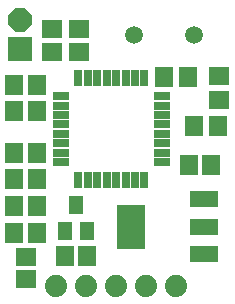
<source format=gts>
G75*
%MOIN*%
%OFA0B0*%
%FSLAX25Y25*%
%IPPOS*%
%LPD*%
%AMOC8*
5,1,8,0,0,1.08239X$1,22.5*
%
%ADD10R,0.07874X0.08425*%
%ADD11R,0.07099X0.05918*%
%ADD12R,0.05918X0.07099*%
%ADD13R,0.05800X0.03000*%
%ADD14R,0.03000X0.05800*%
%ADD15C,0.05950*%
%ADD16R,0.09600X0.05600*%
%ADD17R,0.09461X0.14973*%
%ADD18OC8,0.07800*%
%ADD19R,0.04737X0.06312*%
%ADD20R,0.06706X0.05918*%
%ADD21R,0.05918X0.06706*%
%ADD22C,0.07400*%
D10*
X0025665Y0106650D03*
D11*
X0092102Y0097516D03*
X0092102Y0089642D03*
D12*
X0091610Y0080783D03*
X0083736Y0080783D03*
X0081768Y0097024D03*
X0073894Y0097024D03*
D13*
X0073077Y0090823D03*
X0073077Y0087673D03*
X0073077Y0084524D03*
X0073077Y0081374D03*
X0073077Y0078224D03*
X0073077Y0075075D03*
X0073077Y0071925D03*
X0073077Y0068776D03*
X0039277Y0068776D03*
X0039277Y0071925D03*
X0039277Y0075075D03*
X0039277Y0078224D03*
X0039277Y0081374D03*
X0039277Y0084524D03*
X0039277Y0087673D03*
X0039277Y0090823D03*
D14*
X0045154Y0096699D03*
X0048303Y0096699D03*
X0051453Y0096699D03*
X0054602Y0096699D03*
X0057752Y0096699D03*
X0060902Y0096699D03*
X0064051Y0096699D03*
X0067201Y0096699D03*
X0067201Y0062899D03*
X0064051Y0062899D03*
X0060902Y0062899D03*
X0057752Y0062899D03*
X0054602Y0062899D03*
X0051453Y0062899D03*
X0048303Y0062899D03*
X0045154Y0062899D03*
D15*
X0063894Y0111295D03*
X0083894Y0111295D03*
D16*
X0087078Y0056419D03*
X0087078Y0047319D03*
X0087078Y0038219D03*
D17*
X0062677Y0047319D03*
D18*
X0025665Y0116217D03*
D19*
X0044366Y0054602D03*
X0040626Y0045941D03*
X0048106Y0045941D03*
D20*
X0027634Y0029799D03*
X0027634Y0037280D03*
X0036492Y0105587D03*
X0036492Y0113067D03*
X0045350Y0113067D03*
X0045350Y0105587D03*
D21*
X0031374Y0094563D03*
X0023894Y0094563D03*
X0023894Y0085705D03*
X0031374Y0085705D03*
X0031374Y0071925D03*
X0023894Y0071925D03*
X0023894Y0063067D03*
X0031374Y0063067D03*
X0031374Y0054209D03*
X0023894Y0054209D03*
X0023894Y0045350D03*
X0031374Y0045350D03*
X0040626Y0037476D03*
X0048106Y0037476D03*
X0081965Y0067988D03*
X0089445Y0067988D03*
D22*
X0077831Y0027634D03*
X0067831Y0027634D03*
X0057831Y0027634D03*
X0047831Y0027634D03*
X0037831Y0027634D03*
M02*

</source>
